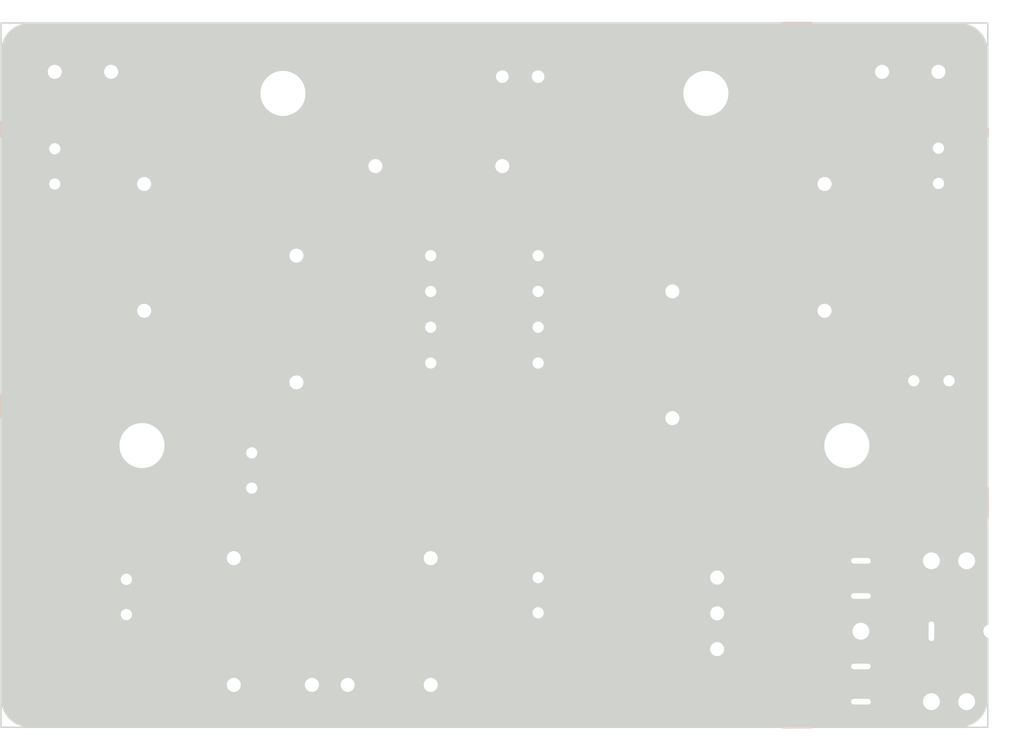
<source format=kicad_pcb>
(kicad_pcb (version 20221018) (generator pcbnew)

  (general
    (thickness 1.6)
  )

  (paper "A4")
  (layers
    (0 "F.Cu" signal)
    (31 "B.Cu" signal)
    (32 "B.Adhes" user "B.Adhesive")
    (33 "F.Adhes" user "F.Adhesive")
    (34 "B.Paste" user)
    (35 "F.Paste" user)
    (36 "B.SilkS" user "B.Silkscreen")
    (37 "F.SilkS" user "F.Silkscreen")
    (38 "B.Mask" user)
    (39 "F.Mask" user)
    (40 "Dwgs.User" user "User.Drawings")
    (41 "Cmts.User" user "User.Comments")
    (42 "Eco1.User" user "User.Eco1")
    (43 "Eco2.User" user "User.Eco2")
    (44 "Edge.Cuts" user)
    (45 "Margin" user)
    (46 "B.CrtYd" user "B.Courtyard")
    (47 "F.CrtYd" user "F.Courtyard")
    (48 "B.Fab" user)
    (49 "F.Fab" user)
    (50 "User.1" user)
    (51 "User.2" user)
    (52 "User.3" user)
    (53 "User.4" user)
    (54 "User.5" user)
    (55 "User.6" user)
    (56 "User.7" user)
    (57 "User.8" user)
    (58 "User.9" user)
  )

  (setup
    (stackup
      (layer "F.SilkS" (type "Top Silk Screen"))
      (layer "F.Paste" (type "Top Solder Paste"))
      (layer "F.Mask" (type "Top Solder Mask") (thickness 0.01))
      (layer "F.Cu" (type "copper") (thickness 0.035))
      (layer "dielectric 1" (type "core") (thickness 1.51) (material "FR4") (epsilon_r 4.5) (loss_tangent 0.02))
      (layer "B.Cu" (type "copper") (thickness 0.035))
      (layer "B.Mask" (type "Bottom Solder Mask") (thickness 0.01))
      (layer "B.Paste" (type "Bottom Solder Paste"))
      (layer "B.SilkS" (type "Bottom Silk Screen"))
      (copper_finish "None")
      (dielectric_constraints no)
    )
    (pad_to_mask_clearance 0)
    (pcbplotparams
      (layerselection 0x00010fc_ffffffff)
      (plot_on_all_layers_selection 0x0000000_00000000)
      (disableapertmacros false)
      (usegerberextensions true)
      (usegerberattributes false)
      (usegerberadvancedattributes false)
      (creategerberjobfile false)
      (dashed_line_dash_ratio 12.000000)
      (dashed_line_gap_ratio 3.000000)
      (svgprecision 4)
      (plotframeref false)
      (viasonmask false)
      (mode 1)
      (useauxorigin false)
      (hpglpennumber 1)
      (hpglpenspeed 20)
      (hpglpendiameter 15.000000)
      (dxfpolygonmode true)
      (dxfimperialunits true)
      (dxfusepcbnewfont true)
      (psnegative false)
      (psa4output false)
      (plotreference true)
      (plotvalue false)
      (plotinvisibletext false)
      (sketchpadsonfab false)
      (subtractmaskfromsilk true)
      (outputformat 1)
      (mirror false)
      (drillshape 0)
      (scaleselection 1)
      (outputdirectory "Production_files_v1.0/")
    )
  )

  (net 0 "")
  (net 1 "Net-(C1-Pad1)")
  (net 2 "Net-(C1-Pad2)")
  (net 3 "Net-(C2-Pad1)")
  (net 4 "Net-(C2-Pad2)")
  (net 5 "+BATT")
  (net 6 "-BATT")
  (net 7 "Left_Channel")
  (net 8 "Right_Channel")
  (net 9 "Net-(J4-Pin_2)")
  (net 10 "Net-(J4-Pin_3)")
  (net 11 "Net-(D1-K)")
  (net 12 "Net-(C3-Pad2)")
  (net 13 "Net-(C4-Pad2)")
  (net 14 "Earth")
  (net 15 "Net-(J1B--)")
  (net 16 "Net-(J1A--)")

  (footprint "Capacitor_THT:CP_Radial_D5.0mm_P2.50mm" (layer "F.Cu") (at 67.78 83.02 90))

  (footprint "Capacitor_THT:CP_Radial_D5.0mm_P2.50mm" (layer "F.Cu") (at 53.81 61.43 90))

  (footprint "Resistor_THT:R_Box_L13.0mm_W4.0mm_P9.00mm" (layer "F.Cu") (at 97.625 78.05 90))

  (footprint "Capacitor_THT:CP_Radial_D5.0mm_P2.50mm" (layer "F.Cu") (at 58.89 89.497 -90))

  (footprint "Capacitor_THT:CP_Radial_D5.0mm_P2.50mm" (layer "F.Cu") (at 117.25 75.4 180))

  (footprint "Capacitor_THT:CP_Radial_D5.0mm_P2.50mm" (layer "F.Cu") (at 88.1 91.87 90))

  (footprint "MountingHole:MountingHole_3.2mm_M3" (layer "F.Cu") (at 70 55))

  (footprint "Resistor_THT:R_Box_L13.0mm_W4.0mm_P9.00mm" (layer "F.Cu") (at 70.955 66.515 -90))

  (footprint "MountingHole:MountingHole_3.2mm_M3" (layer "F.Cu") (at 110 80))

  (footprint "Resistor_THT:R_Box_L13.0mm_W4.0mm_P9.00mm" (layer "F.Cu") (at 80.48 96.99 90))

  (footprint "Connector_PinHeader_2.54mm:PinHeader_1x03_P2.54mm_Vertical" (layer "F.Cu") (at 100.8 89.37))

  (footprint "Inductor_THT:L_Radial_D6.0mm_P4.00mm" (layer "F.Cu") (at 116.5 53.467 180))

  (footprint "MountingHole:MountingHole_3.2mm_M3" (layer "F.Cu") (at 60 80))

  (footprint "Package_DIP:DIP-8_W7.62mm_Socket" (layer "F.Cu") (at 80.48 66.52))

  (footprint "Inductor_THT:L_Radial_D6.0mm_P4.00mm" (layer "F.Cu") (at 53.81 53.467))

  (footprint "Resistor_THT:R_Box_L13.0mm_W4.0mm_P9.00mm" (layer "F.Cu") (at 66.51 87.99 -90))

  (footprint "MountingHole:MountingHole_3.2mm_M3" (layer "F.Cu") (at 100 55))

  (footprint "Resistor_THT:R_Box_L13.0mm_W4.0mm_P9.00mm" (layer "F.Cu") (at 108.42 70.43 90))

  (footprint "Resistor_THT:R_Box_L13.0mm_W4.0mm_P9.00mm" (layer "F.Cu") (at 85.56 60.16 180))

  (footprint "Capacitor_THT:CP_Radial_D5.0mm_P2.50mm" (layer "F.Cu") (at 116.5 61.39 90))

  (footprint "electrosluch_parts:Jack_3.5mm_CUI_SJ1-3525N_Horizontal" (layer "F.Cu") (at 116 93.18 90))

  (footprint "Resistor_THT:R_Box_L13.0mm_W4.0mm_P9.00mm" (layer "F.Cu") (at 60.15 70.43 90))

  (footprint "Connector_PinHeader_2.54mm:PinHeader_1x02_P2.54mm_Vertical" (layer "F.Cu") (at 72.050793 96.988207 90))

  (footprint "LED_THT:LED_D4.0mm" (layer "F.Cu") (at 85.56 53.81))

  (gr_line (start 74.892 84.798) (end 83.782 75.908)
    (stroke (width 0.15) (type dash)) (layer "F.SilkS") (tstamp 252d62c5-6777-4794-8239-99942c9e777b))
  (gr_line (start 84.544 67.526) (end 85.306 66.764)
    (stroke (width 0.15) (type dash)) (layer "F.SilkS") (tstamp 278686ce-2467-41bf-962a-9f48c5d50229))
  (gr_line (start 100.038 71.463) (end 104.102 75.4)
    (stroke (width 0.15) (type dash)) (layer "F.SilkS") (tstamp 3615bbcf-4f41-4793-8e7d-5f465d489651))
  (gr_line (start 104.102 75.4) (end 112.5 75.4)
    (stroke (width 0.15) (type dash)) (layer "F.SilkS") (tstamp 5627c75f-5647-420f-8dac-220f75538e20))
  (gr_line (start 72.098 94.958) (end 72.098 82.512)
    (stroke (width 0.15) (type dash)) (layer "F.SilkS") (tstamp 71040e7d-8031-41ad-9073-e30ea62bc754))
  (gr_line (start 85.56 66.51) (end 86.576 66.51)
    (stroke (width 0.15) (type dash)) (layer "F.SilkS") (tstamp 7686eacf-50f4-4053-a718-783623abdc08))
  (gr_line (start 84.29 75.146) (end 84.29 67.78)
    (stroke (width 0.15) (type dash)) (layer "F.SilkS") (tstamp 7a4e64cf-7ce6-47ab-8934-3b33d1a4f1d0))
  (gr_line (start 67.78 77.94) (end 67.78 70.32)
    (stroke (width 0.15) (type dash)) (layer "F.SilkS") (tstamp 898f9e6a-88bb-4473-9422-dce9bb323611))
  (gr_line (start 67.78 70.32) (end 68.542 69.558)
    (stroke (width 0.15) (type dash)) (layer "F.SilkS") (tstamp 91675efa-e5a6-4d09-8818-1fe5465eb9b9))
  (gr_line (start 72.352 82.258) (end 78.956 75.654)
    (stroke (width 0.15) (type dash)) (layer "F.SilkS") (tstamp d7ea0144-4eb4-4a93-8956-faa5cdd868b2))
  (gr_line (start 74.638 94.958) (end 74.638 85.052)
    (stroke (width 0.15) (type dash)) (layer "F.SilkS") (tstamp f9e602e6-bdf7-4f66-9705-843b11d35672))
  (gr_rect (start 50 50) (end 120 100)
    (stroke (width 0.1) (type default)) (fill none) (layer "Edge.Cuts") (tstamp 348c6316-60ad-4e72-ac72-eb54881540d1))
  (gr_text_box "Electro.Sluch V1.0\nby Chaospott RF~Crew"
    (start 50.7775 99.2315) (end 55.2225 80.2685) (angle 90) (layer "B.SilkS") (tstamp 2b595b4a-6ef2-4806-8747-6c8d0f79699d)
      (effects (font (size 1 1) (thickness 0.15)) (justify left top mirror))
    (stroke (width 0.15) (type dash_dot))  )
  (dimension (type aligned) (layer "B.SilkS") (tstamp 01fc696b-57db-42a0-988f-a08c22581ba8)
    (pts (xy 60 78.5) (xy 50 78.5))
    (height 1.5)
    (gr_text "10,0 mm" (at 55 75.85) (layer "B.SilkS") (tstamp 01fc696b-57db-42a0-988f-a08c22581ba8)
      (effects (font (size 1 1) (thickness 0.15)) (justify mirror))
    )
    (format (prefix "") (suffix "") (units 3) (units_format 1) (precision 1))
    (style (thickness 0.15) (arrow_length 1.27) (text_position_mode 0) (extension_height 0.58642) (extension_offset 0.5) keep_text_aligned)
  )
  (dimension (type aligned) (layer "B.SilkS") (tstamp 0539c502-cb26-4ae4-a312-aecea643d1c8)
    (pts (xy 108 80) (xy 108 100))
    (height 1.999999)
    (gr_text "20,0 mm" (at 104.850001 90 90) (layer "B.SilkS") (tstamp 0539c502-cb26-4ae4-a312-aecea643d1c8)
      (effects (font (size 1 1) (thickness 0.15)) (justify mirror))
    )
    (format (prefix "") (suffix "") (units 3) (units_format 1) (precision 1))
    (style (thickness 0.15) (arrow_length 1.27) (text_position_mode 0) (extension_height 0.58642) (extension_offset 0.5) keep_text_aligned)
  )
  (dimension (type aligned) (layer "B.SilkS") (tstamp 08ab9066-8b5e-4119-aa54-19837fa2591e)
    (pts (xy 110 82) (xy 60 82))
    (height -2.520833)
    (gr_text "50,0 mm" (at 85 83.370833) (layer "B.SilkS") (tstamp 08ab9066-8b5e-4119-aa54-19837fa2591e)
      (effects (font (size 1 1) (thickness 0.15)) (justify mirror))
    )
    (format (prefix "") (suffix "") (units 3) (units_format 1) (precision 1))
    (style (thickness 0.15) (arrow_length 1.27) (text_position_mode 0) (extension_height 0.58642) (extension_offset 0.5) keep_text_aligned)
  )
  (dimension (type aligned) (layer "B.SilkS") (tstamp 2ddd2c67-770e-491d-873a-7b6ba9e8cc02)
    (pts (xy 70 57) (xy 100 57))
    (height 0.499999)
    (gr_text "30,0 mm" (at 85 56.349999) (layer "B.SilkS") (tstamp 2ddd2c67-770e-491d-873a-7b6ba9e8cc02)
      (effects (font (size 1 1) (thickness 0.15)) (justify mirror))
    )
    (format (prefix "") (suffix "") (units 3) (units_format 1) (precision 1))
    (style (thickness 0.15) (arrow_length 1.27) (text_position_mode 0) (extension_height 0.58642) (extension_offset 0.5) keep_text_aligned)
  )
  (dimension (type aligned) (layer "B.SilkS") (tstamp 87baf9cf-e1a3-4163-a00e-8561e87fd503)
    (pts (xy 68.4 55) (xy 71.6 55))
    (height -2.4)
    (gr_text "3,2 mm" (at 70 51.45) (layer "B.SilkS") (tstamp 87baf9cf-e1a3-4163-a00e-8561e87fd503)
      (effects (font (size 1 1) (thickness 0.15)) (justify mirror))
    )
    (format (prefix "") (suffix "") (units 3) (units_format 1) (precision 1))
    (style (thickness 0.15) (arrow_length 1.27) (text_position_mode 0) (extension_height 0.58642) (extension_offset 0.5) keep_text_aligned)
  )
  (dimension (type aligned) (layer "B.SilkS") (tstamp 8f61101c-ec9a-44ba-a6e2-dd52e0af770f)
    (pts (xy 108 55) (xy 108 50))
    (height -2)
    (gr_text "5 mm" (at 104.85 52.5 90) (layer "B.SilkS") (tstamp 8f61101c-ec9a-44ba-a6e2-dd52e0af770f)
      (effects (font (size 1 1) (thickness 0.15)) (justify mirror))
    )
    (format (prefix "") (suffix "") (units 3) (units_format 1) (precision 0))
    (style (thickness 0.15) (arrow_length 1.27) (text_position_mode 0) (extension_height 0.58642) (extension_offset 0.5) keep_text_aligned)
  )
  (dimension (type aligned) (layer "B.SilkS") (tstamp 9e20673d-a9dd-469e-8b36-91ea84717896)
    (pts (xy 108 80) (xy 108 55))
    (height -2)
    (gr_text "25,0 mm" (at 104.85 67.5 90) (layer "B.SilkS") (tstamp 9e20673d-a9dd-469e-8b36-91ea84717896)
      (effects (font (size 1 1) (thickness 0.15)) (justify mirror))
    )
    (format (prefix "") (suffix "") (units 3) (units_format 1) (precision 1))
    (style (thickness 0.15) (arrow_length 1.27) (text_position_mode 0) (extension_height 0.58642) (extension_offset 0.5) keep_text_aligned)
  )
  (dimension (type aligned) (layer "B.SilkS") (tstamp a1d9da0c-dd08-49ec-b033-bfb856ff5801)
    (pts (xy 110 82.5) (xy 120 82.5))
    (height 2)
    (gr_text "10,0 mm" (at 115 83.35) (layer "B.SilkS") (tstamp a1d9da0c-dd08-49ec-b033-bfb856ff5801)
      (effects (font (size 1 1) (thickness 0.15)) (justify mirror))
    )
    (format (prefix "") (suffix "") (units 3) (units_format 1) (precision 1))
    (style (thickness 0.15) (arrow_length 1.27) (text_position_mode 0) (extension_height 0.58642) (extension_offset 0.5) keep_text_aligned)
  )
  (dimension (type aligned) (layer "B.SilkS") (tstamp b0e1b6c2-d05f-4a74-b0a4-b5d903b8f750)
    (pts (xy 100 57) (xy 120 57))
    (height 0.5)
    (gr_text "20,0 mm" (at 110 56.35) (layer "B.SilkS") (tstamp b0e1b6c2-d05f-4a74-b0a4-b5d903b8f750)
      (effects (font (size 1 1) (thickness 0.15)) (justify mirror))
    )
    (format (prefix "") (suffix "") (units 3) (units_format 1) (precision 1))
    (style (thickness 0.15) (arrow_length 1.27) (text_position_mode 0) (extension_height 0.58642) (extension_offset 0.5) keep_text_aligned)
  )
  (dimension (type aligned) (layer "B.SilkS") (tstamp c84171a1-f1c9-488e-a553-04b75cbc26e9)
    (pts (xy 70 56.519255) (xy 50 56.519255))
    (height -0.980745)
    (gr_text "20,0 mm" (at 60 56.35) (layer "B.SilkS") (tstamp c84171a1-f1c9-488e-a553-04b75cbc26e9)
      (effects (font (size 1 1) (thickness 0.15)) (justify mirror))
    )
    (format (prefix "") (suffix "") (units 3) (units_format 1) (precision 1))
    (style (thickness 0.15) (arrow_length 1.27) (text_position_mode 0) (extension_height 0.58642) (extension_offset 0.5) keep_text_aligned)
  )

  (segment (start 53.81 61.43) (end 60.15 61.43) (width 1) (layer "F.Cu") (net 1) (tstamp 6f3e2ede-4d29-4883-8503-f4000496a020))
  (segment (start 53.
... [390377 chars truncated]
</source>
